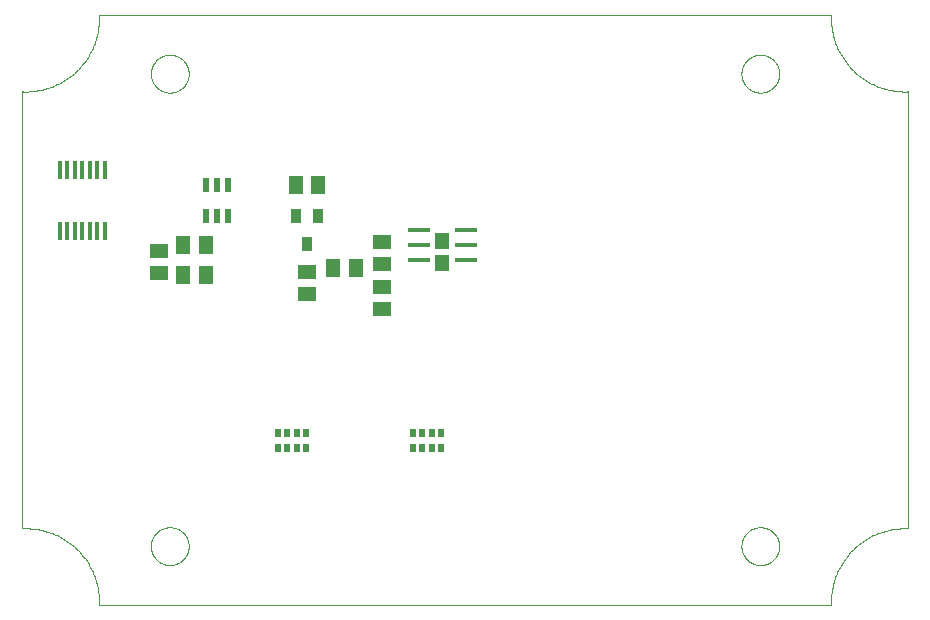
<source format=gbp>
G75*
%MOIN*%
%OFA0B0*%
%FSLAX25Y25*%
%IPPOS*%
%LPD*%
%AMOC8*
5,1,8,0,0,1.08239X$1,22.5*
%
%ADD10C,0.00000*%
%ADD11R,0.07500X0.01600*%
%ADD12R,0.04800X0.05600*%
%ADD13R,0.03543X0.04724*%
%ADD14R,0.05118X0.05906*%
%ADD15R,0.05906X0.05118*%
%ADD16R,0.01969X0.02559*%
%ADD17R,0.02165X0.04724*%
%ADD18R,0.01575X0.05906*%
D10*
X0053934Y0055808D02*
X0054532Y0055829D01*
X0055131Y0055835D01*
X0055730Y0055827D01*
X0056329Y0055803D01*
X0056927Y0055766D01*
X0057524Y0055713D01*
X0058119Y0055646D01*
X0058712Y0055565D01*
X0059304Y0055469D01*
X0059893Y0055358D01*
X0060478Y0055234D01*
X0061061Y0055094D01*
X0061640Y0054941D01*
X0062215Y0054773D01*
X0062786Y0054592D01*
X0063353Y0054396D01*
X0063914Y0054187D01*
X0064470Y0053964D01*
X0065020Y0053728D01*
X0065565Y0053478D01*
X0066103Y0053215D01*
X0066634Y0052938D01*
X0067159Y0052649D01*
X0067676Y0052347D01*
X0068186Y0052033D01*
X0068688Y0051706D01*
X0069182Y0051367D01*
X0069667Y0051016D01*
X0070144Y0050653D01*
X0070612Y0050278D01*
X0071070Y0049892D01*
X0071519Y0049496D01*
X0071958Y0049088D01*
X0072386Y0048669D01*
X0072805Y0048241D01*
X0073213Y0047802D01*
X0073609Y0047353D01*
X0073995Y0046895D01*
X0074370Y0046427D01*
X0074733Y0045950D01*
X0075084Y0045465D01*
X0075423Y0044971D01*
X0075750Y0044469D01*
X0076064Y0043959D01*
X0076366Y0043442D01*
X0076655Y0042917D01*
X0076932Y0042386D01*
X0077195Y0041848D01*
X0077445Y0041303D01*
X0077681Y0040753D01*
X0077904Y0040197D01*
X0078113Y0039636D01*
X0078309Y0039069D01*
X0078490Y0038498D01*
X0078658Y0037923D01*
X0078811Y0037344D01*
X0078951Y0036761D01*
X0079075Y0036176D01*
X0079186Y0035587D01*
X0079282Y0034995D01*
X0079363Y0034402D01*
X0079430Y0033807D01*
X0079483Y0033210D01*
X0079520Y0032612D01*
X0079544Y0032013D01*
X0079552Y0031414D01*
X0079546Y0030815D01*
X0079525Y0030217D01*
X0079524Y0030217D02*
X0323619Y0030217D01*
X0323618Y0030217D02*
X0323597Y0030815D01*
X0323591Y0031414D01*
X0323599Y0032013D01*
X0323623Y0032612D01*
X0323660Y0033210D01*
X0323713Y0033807D01*
X0323780Y0034402D01*
X0323861Y0034995D01*
X0323957Y0035587D01*
X0324068Y0036176D01*
X0324192Y0036761D01*
X0324332Y0037344D01*
X0324485Y0037923D01*
X0324653Y0038498D01*
X0324834Y0039069D01*
X0325030Y0039636D01*
X0325239Y0040197D01*
X0325462Y0040753D01*
X0325698Y0041303D01*
X0325948Y0041848D01*
X0326211Y0042386D01*
X0326488Y0042917D01*
X0326777Y0043442D01*
X0327079Y0043959D01*
X0327393Y0044469D01*
X0327720Y0044971D01*
X0328059Y0045465D01*
X0328410Y0045950D01*
X0328773Y0046427D01*
X0329148Y0046895D01*
X0329534Y0047353D01*
X0329930Y0047802D01*
X0330338Y0048241D01*
X0330757Y0048669D01*
X0331185Y0049088D01*
X0331624Y0049496D01*
X0332073Y0049892D01*
X0332531Y0050278D01*
X0332999Y0050653D01*
X0333476Y0051016D01*
X0333961Y0051367D01*
X0334455Y0051706D01*
X0334957Y0052033D01*
X0335467Y0052347D01*
X0335984Y0052649D01*
X0336509Y0052938D01*
X0337040Y0053215D01*
X0337578Y0053478D01*
X0338123Y0053728D01*
X0338673Y0053964D01*
X0339229Y0054187D01*
X0339790Y0054396D01*
X0340357Y0054592D01*
X0340928Y0054773D01*
X0341503Y0054941D01*
X0342082Y0055094D01*
X0342665Y0055234D01*
X0343250Y0055358D01*
X0343839Y0055469D01*
X0344431Y0055565D01*
X0345024Y0055646D01*
X0345619Y0055713D01*
X0346216Y0055766D01*
X0346814Y0055803D01*
X0347413Y0055827D01*
X0348012Y0055835D01*
X0348611Y0055829D01*
X0349209Y0055808D01*
X0349209Y0055807D02*
X0349209Y0201476D01*
X0348611Y0201455D01*
X0348012Y0201449D01*
X0347413Y0201457D01*
X0346814Y0201481D01*
X0346216Y0201518D01*
X0345619Y0201571D01*
X0345024Y0201638D01*
X0344431Y0201719D01*
X0343839Y0201815D01*
X0343250Y0201926D01*
X0342665Y0202050D01*
X0342082Y0202190D01*
X0341503Y0202343D01*
X0340928Y0202511D01*
X0340357Y0202692D01*
X0339790Y0202888D01*
X0339229Y0203097D01*
X0338673Y0203320D01*
X0338123Y0203556D01*
X0337578Y0203806D01*
X0337040Y0204069D01*
X0336509Y0204346D01*
X0335984Y0204635D01*
X0335467Y0204937D01*
X0334957Y0205251D01*
X0334455Y0205578D01*
X0333961Y0205917D01*
X0333476Y0206268D01*
X0332999Y0206631D01*
X0332531Y0207006D01*
X0332073Y0207392D01*
X0331624Y0207788D01*
X0331185Y0208196D01*
X0330757Y0208615D01*
X0330338Y0209043D01*
X0329930Y0209482D01*
X0329534Y0209931D01*
X0329148Y0210389D01*
X0328773Y0210857D01*
X0328410Y0211334D01*
X0328059Y0211819D01*
X0327720Y0212313D01*
X0327393Y0212815D01*
X0327079Y0213325D01*
X0326777Y0213842D01*
X0326488Y0214367D01*
X0326211Y0214898D01*
X0325948Y0215436D01*
X0325698Y0215981D01*
X0325462Y0216531D01*
X0325239Y0217087D01*
X0325030Y0217648D01*
X0324834Y0218215D01*
X0324653Y0218786D01*
X0324485Y0219361D01*
X0324332Y0219940D01*
X0324192Y0220523D01*
X0324068Y0221108D01*
X0323957Y0221697D01*
X0323861Y0222289D01*
X0323780Y0222882D01*
X0323713Y0223477D01*
X0323660Y0224074D01*
X0323623Y0224672D01*
X0323599Y0225271D01*
X0323591Y0225870D01*
X0323597Y0226469D01*
X0323618Y0227067D01*
X0323619Y0227067D02*
X0079524Y0227067D01*
X0079525Y0227067D02*
X0079546Y0226469D01*
X0079552Y0225870D01*
X0079544Y0225271D01*
X0079520Y0224672D01*
X0079483Y0224074D01*
X0079430Y0223477D01*
X0079363Y0222882D01*
X0079282Y0222289D01*
X0079186Y0221697D01*
X0079075Y0221108D01*
X0078951Y0220523D01*
X0078811Y0219940D01*
X0078658Y0219361D01*
X0078490Y0218786D01*
X0078309Y0218215D01*
X0078113Y0217648D01*
X0077904Y0217087D01*
X0077681Y0216531D01*
X0077445Y0215981D01*
X0077195Y0215436D01*
X0076932Y0214898D01*
X0076655Y0214367D01*
X0076366Y0213842D01*
X0076064Y0213325D01*
X0075750Y0212815D01*
X0075423Y0212313D01*
X0075084Y0211819D01*
X0074733Y0211334D01*
X0074370Y0210857D01*
X0073995Y0210389D01*
X0073609Y0209931D01*
X0073213Y0209482D01*
X0072805Y0209043D01*
X0072386Y0208615D01*
X0071958Y0208196D01*
X0071519Y0207788D01*
X0071070Y0207392D01*
X0070612Y0207006D01*
X0070144Y0206631D01*
X0069667Y0206268D01*
X0069182Y0205917D01*
X0068688Y0205578D01*
X0068186Y0205251D01*
X0067676Y0204937D01*
X0067159Y0204635D01*
X0066634Y0204346D01*
X0066103Y0204069D01*
X0065565Y0203806D01*
X0065020Y0203556D01*
X0064470Y0203320D01*
X0063914Y0203097D01*
X0063353Y0202888D01*
X0062786Y0202692D01*
X0062215Y0202511D01*
X0061640Y0202343D01*
X0061061Y0202190D01*
X0060478Y0202050D01*
X0059893Y0201926D01*
X0059304Y0201815D01*
X0058712Y0201719D01*
X0058119Y0201638D01*
X0057524Y0201571D01*
X0056927Y0201518D01*
X0056329Y0201481D01*
X0055730Y0201457D01*
X0055131Y0201449D01*
X0054532Y0201455D01*
X0053934Y0201476D01*
X0053934Y0055807D01*
X0096847Y0049902D02*
X0096849Y0050060D01*
X0096855Y0050218D01*
X0096865Y0050376D01*
X0096879Y0050534D01*
X0096897Y0050691D01*
X0096918Y0050848D01*
X0096944Y0051004D01*
X0096974Y0051160D01*
X0097007Y0051315D01*
X0097045Y0051468D01*
X0097086Y0051621D01*
X0097131Y0051773D01*
X0097180Y0051924D01*
X0097233Y0052073D01*
X0097289Y0052221D01*
X0097349Y0052367D01*
X0097413Y0052512D01*
X0097481Y0052655D01*
X0097552Y0052797D01*
X0097626Y0052937D01*
X0097704Y0053074D01*
X0097786Y0053210D01*
X0097870Y0053344D01*
X0097959Y0053475D01*
X0098050Y0053604D01*
X0098145Y0053731D01*
X0098242Y0053856D01*
X0098343Y0053978D01*
X0098447Y0054097D01*
X0098554Y0054214D01*
X0098664Y0054328D01*
X0098777Y0054439D01*
X0098892Y0054548D01*
X0099010Y0054653D01*
X0099131Y0054755D01*
X0099254Y0054855D01*
X0099380Y0054951D01*
X0099508Y0055044D01*
X0099638Y0055134D01*
X0099771Y0055220D01*
X0099906Y0055304D01*
X0100042Y0055383D01*
X0100181Y0055460D01*
X0100322Y0055532D01*
X0100464Y0055602D01*
X0100608Y0055667D01*
X0100754Y0055729D01*
X0100901Y0055787D01*
X0101050Y0055842D01*
X0101200Y0055893D01*
X0101351Y0055940D01*
X0101503Y0055983D01*
X0101656Y0056022D01*
X0101811Y0056058D01*
X0101966Y0056089D01*
X0102122Y0056117D01*
X0102278Y0056141D01*
X0102435Y0056161D01*
X0102593Y0056177D01*
X0102750Y0056189D01*
X0102909Y0056197D01*
X0103067Y0056201D01*
X0103225Y0056201D01*
X0103383Y0056197D01*
X0103542Y0056189D01*
X0103699Y0056177D01*
X0103857Y0056161D01*
X0104014Y0056141D01*
X0104170Y0056117D01*
X0104326Y0056089D01*
X0104481Y0056058D01*
X0104636Y0056022D01*
X0104789Y0055983D01*
X0104941Y0055940D01*
X0105092Y0055893D01*
X0105242Y0055842D01*
X0105391Y0055787D01*
X0105538Y0055729D01*
X0105684Y0055667D01*
X0105828Y0055602D01*
X0105970Y0055532D01*
X0106111Y0055460D01*
X0106250Y0055383D01*
X0106386Y0055304D01*
X0106521Y0055220D01*
X0106654Y0055134D01*
X0106784Y0055044D01*
X0106912Y0054951D01*
X0107038Y0054855D01*
X0107161Y0054755D01*
X0107282Y0054653D01*
X0107400Y0054548D01*
X0107515Y0054439D01*
X0107628Y0054328D01*
X0107738Y0054214D01*
X0107845Y0054097D01*
X0107949Y0053978D01*
X0108050Y0053856D01*
X0108147Y0053731D01*
X0108242Y0053604D01*
X0108333Y0053475D01*
X0108422Y0053344D01*
X0108506Y0053210D01*
X0108588Y0053074D01*
X0108666Y0052937D01*
X0108740Y0052797D01*
X0108811Y0052655D01*
X0108879Y0052512D01*
X0108943Y0052367D01*
X0109003Y0052221D01*
X0109059Y0052073D01*
X0109112Y0051924D01*
X0109161Y0051773D01*
X0109206Y0051621D01*
X0109247Y0051468D01*
X0109285Y0051315D01*
X0109318Y0051160D01*
X0109348Y0051004D01*
X0109374Y0050848D01*
X0109395Y0050691D01*
X0109413Y0050534D01*
X0109427Y0050376D01*
X0109437Y0050218D01*
X0109443Y0050060D01*
X0109445Y0049902D01*
X0109443Y0049744D01*
X0109437Y0049586D01*
X0109427Y0049428D01*
X0109413Y0049270D01*
X0109395Y0049113D01*
X0109374Y0048956D01*
X0109348Y0048800D01*
X0109318Y0048644D01*
X0109285Y0048489D01*
X0109247Y0048336D01*
X0109206Y0048183D01*
X0109161Y0048031D01*
X0109112Y0047880D01*
X0109059Y0047731D01*
X0109003Y0047583D01*
X0108943Y0047437D01*
X0108879Y0047292D01*
X0108811Y0047149D01*
X0108740Y0047007D01*
X0108666Y0046867D01*
X0108588Y0046730D01*
X0108506Y0046594D01*
X0108422Y0046460D01*
X0108333Y0046329D01*
X0108242Y0046200D01*
X0108147Y0046073D01*
X0108050Y0045948D01*
X0107949Y0045826D01*
X0107845Y0045707D01*
X0107738Y0045590D01*
X0107628Y0045476D01*
X0107515Y0045365D01*
X0107400Y0045256D01*
X0107282Y0045151D01*
X0107161Y0045049D01*
X0107038Y0044949D01*
X0106912Y0044853D01*
X0106784Y0044760D01*
X0106654Y0044670D01*
X0106521Y0044584D01*
X0106386Y0044500D01*
X0106250Y0044421D01*
X0106111Y0044344D01*
X0105970Y0044272D01*
X0105828Y0044202D01*
X0105684Y0044137D01*
X0105538Y0044075D01*
X0105391Y0044017D01*
X0105242Y0043962D01*
X0105092Y0043911D01*
X0104941Y0043864D01*
X0104789Y0043821D01*
X0104636Y0043782D01*
X0104481Y0043746D01*
X0104326Y0043715D01*
X0104170Y0043687D01*
X0104014Y0043663D01*
X0103857Y0043643D01*
X0103699Y0043627D01*
X0103542Y0043615D01*
X0103383Y0043607D01*
X0103225Y0043603D01*
X0103067Y0043603D01*
X0102909Y0043607D01*
X0102750Y0043615D01*
X0102593Y0043627D01*
X0102435Y0043643D01*
X0102278Y0043663D01*
X0102122Y0043687D01*
X0101966Y0043715D01*
X0101811Y0043746D01*
X0101656Y0043782D01*
X0101503Y0043821D01*
X0101351Y0043864D01*
X0101200Y0043911D01*
X0101050Y0043962D01*
X0100901Y0044017D01*
X0100754Y0044075D01*
X0100608Y0044137D01*
X0100464Y0044202D01*
X0100322Y0044272D01*
X0100181Y0044344D01*
X0100042Y0044421D01*
X0099906Y0044500D01*
X0099771Y0044584D01*
X0099638Y0044670D01*
X0099508Y0044760D01*
X0099380Y0044853D01*
X0099254Y0044949D01*
X0099131Y0045049D01*
X0099010Y0045151D01*
X0098892Y0045256D01*
X0098777Y0045365D01*
X0098664Y0045476D01*
X0098554Y0045590D01*
X0098447Y0045707D01*
X0098343Y0045826D01*
X0098242Y0045948D01*
X0098145Y0046073D01*
X0098050Y0046200D01*
X0097959Y0046329D01*
X0097870Y0046460D01*
X0097786Y0046594D01*
X0097704Y0046730D01*
X0097626Y0046867D01*
X0097552Y0047007D01*
X0097481Y0047149D01*
X0097413Y0047292D01*
X0097349Y0047437D01*
X0097289Y0047583D01*
X0097233Y0047731D01*
X0097180Y0047880D01*
X0097131Y0048031D01*
X0097086Y0048183D01*
X0097045Y0048336D01*
X0097007Y0048489D01*
X0096974Y0048644D01*
X0096944Y0048800D01*
X0096918Y0048956D01*
X0096897Y0049113D01*
X0096879Y0049270D01*
X0096865Y0049428D01*
X0096855Y0049586D01*
X0096849Y0049744D01*
X0096847Y0049902D01*
X0293698Y0049902D02*
X0293700Y0050060D01*
X0293706Y0050218D01*
X0293716Y0050376D01*
X0293730Y0050534D01*
X0293748Y0050691D01*
X0293769Y0050848D01*
X0293795Y0051004D01*
X0293825Y0051160D01*
X0293858Y0051315D01*
X0293896Y0051468D01*
X0293937Y0051621D01*
X0293982Y0051773D01*
X0294031Y0051924D01*
X0294084Y0052073D01*
X0294140Y0052221D01*
X0294200Y0052367D01*
X0294264Y0052512D01*
X0294332Y0052655D01*
X0294403Y0052797D01*
X0294477Y0052937D01*
X0294555Y0053074D01*
X0294637Y0053210D01*
X0294721Y0053344D01*
X0294810Y0053475D01*
X0294901Y0053604D01*
X0294996Y0053731D01*
X0295093Y0053856D01*
X0295194Y0053978D01*
X0295298Y0054097D01*
X0295405Y0054214D01*
X0295515Y0054328D01*
X0295628Y0054439D01*
X0295743Y0054548D01*
X0295861Y0054653D01*
X0295982Y0054755D01*
X0296105Y0054855D01*
X0296231Y0054951D01*
X0296359Y0055044D01*
X0296489Y0055134D01*
X0296622Y0055220D01*
X0296757Y0055304D01*
X0296893Y0055383D01*
X0297032Y0055460D01*
X0297173Y0055532D01*
X0297315Y0055602D01*
X0297459Y0055667D01*
X0297605Y0055729D01*
X0297752Y0055787D01*
X0297901Y0055842D01*
X0298051Y0055893D01*
X0298202Y0055940D01*
X0298354Y0055983D01*
X0298507Y0056022D01*
X0298662Y0056058D01*
X0298817Y0056089D01*
X0298973Y0056117D01*
X0299129Y0056141D01*
X0299286Y0056161D01*
X0299444Y0056177D01*
X0299601Y0056189D01*
X0299760Y0056197D01*
X0299918Y0056201D01*
X0300076Y0056201D01*
X0300234Y0056197D01*
X0300393Y0056189D01*
X0300550Y0056177D01*
X0300708Y0056161D01*
X0300865Y0056141D01*
X0301021Y0056117D01*
X0301177Y0056089D01*
X0301332Y0056058D01*
X0301487Y0056022D01*
X0301640Y0055983D01*
X0301792Y0055940D01*
X0301943Y0055893D01*
X0302093Y0055842D01*
X0302242Y0055787D01*
X0302389Y0055729D01*
X0302535Y0055667D01*
X0302679Y0055602D01*
X0302821Y0055532D01*
X0302962Y0055460D01*
X0303101Y0055383D01*
X0303237Y0055304D01*
X0303372Y0055220D01*
X0303505Y0055134D01*
X0303635Y0055044D01*
X0303763Y0054951D01*
X0303889Y0054855D01*
X0304012Y0054755D01*
X0304133Y0054653D01*
X0304251Y0054548D01*
X0304366Y0054439D01*
X0304479Y0054328D01*
X0304589Y0054214D01*
X0304696Y0054097D01*
X0304800Y0053978D01*
X0304901Y0053856D01*
X0304998Y0053731D01*
X0305093Y0053604D01*
X0305184Y0053475D01*
X0305273Y0053344D01*
X0305357Y0053210D01*
X0305439Y0053074D01*
X0305517Y0052937D01*
X0305591Y0052797D01*
X0305662Y0052655D01*
X0305730Y0052512D01*
X0305794Y0052367D01*
X0305854Y0052221D01*
X0305910Y0052073D01*
X0305963Y0051924D01*
X0306012Y0051773D01*
X0306057Y0051621D01*
X0306098Y0051468D01*
X0306136Y0051315D01*
X0306169Y0051160D01*
X0306199Y0051004D01*
X0306225Y0050848D01*
X0306246Y0050691D01*
X0306264Y0050534D01*
X0306278Y0050376D01*
X0306288Y0050218D01*
X0306294Y0050060D01*
X0306296Y0049902D01*
X0306294Y0049744D01*
X0306288Y0049586D01*
X0306278Y0049428D01*
X0306264Y0049270D01*
X0306246Y0049113D01*
X0306225Y0048956D01*
X0306199Y0048800D01*
X0306169Y0048644D01*
X0306136Y0048489D01*
X0306098Y0048336D01*
X0306057Y0048183D01*
X0306012Y0048031D01*
X0305963Y0047880D01*
X0305910Y0047731D01*
X0305854Y0047583D01*
X0305794Y0047437D01*
X0305730Y0047292D01*
X0305662Y0047149D01*
X0305591Y0047007D01*
X0305517Y0046867D01*
X0305439Y0046730D01*
X0305357Y0046594D01*
X0305273Y0046460D01*
X0305184Y0046329D01*
X0305093Y0046200D01*
X0304998Y0046073D01*
X0304901Y0045948D01*
X0304800Y0045826D01*
X0304696Y0045707D01*
X0304589Y0045590D01*
X0304479Y0045476D01*
X0304366Y0045365D01*
X0304251Y0045256D01*
X0304133Y0045151D01*
X0304012Y0045049D01*
X0303889Y0044949D01*
X0303763Y0044853D01*
X0303635Y0044760D01*
X0303505Y0044670D01*
X0303372Y0044584D01*
X0303237Y0044500D01*
X0303101Y0044421D01*
X0302962Y0044344D01*
X0302821Y0044272D01*
X0302679Y0044202D01*
X0302535Y0044137D01*
X0302389Y0044075D01*
X0302242Y0044017D01*
X0302093Y0043962D01*
X0301943Y0043911D01*
X0301792Y0043864D01*
X0301640Y0043821D01*
X0301487Y0043782D01*
X0301332Y0043746D01*
X0301177Y0043715D01*
X0301021Y0043687D01*
X0300865Y0043663D01*
X0300708Y0043643D01*
X0300550Y0043627D01*
X0300393Y0043615D01*
X0300234Y0043607D01*
X0300076Y0043603D01*
X0299918Y0043603D01*
X0299760Y0043607D01*
X0299601Y0043615D01*
X0299444Y0043627D01*
X0299286Y0043643D01*
X0299129Y0043663D01*
X0298973Y0043687D01*
X0298817Y0043715D01*
X0298662Y0043746D01*
X0298507Y0043782D01*
X0298354Y0043821D01*
X0298202Y0043864D01*
X0298051Y0043911D01*
X0297901Y0043962D01*
X0297752Y0044017D01*
X0297605Y0044075D01*
X0297459Y0044137D01*
X0297315Y0044202D01*
X0297173Y0044272D01*
X0297032Y0044344D01*
X0296893Y0044421D01*
X0296757Y0044500D01*
X0296622Y0044584D01*
X0296489Y0044670D01*
X0296359Y0044760D01*
X0296231Y0044853D01*
X0296105Y0044949D01*
X0295982Y0045049D01*
X0295861Y0045151D01*
X0295743Y0045256D01*
X0295628Y0045365D01*
X0295515Y0045476D01*
X0295405Y0045590D01*
X0295298Y0045707D01*
X0295194Y0045826D01*
X0295093Y0045948D01*
X0294996Y0046073D01*
X0294901Y0046200D01*
X0294810Y0046329D01*
X0294721Y0046460D01*
X0294637Y0046594D01*
X0294555Y0046730D01*
X0294477Y0046867D01*
X0294403Y0047007D01*
X0294332Y0047149D01*
X0294264Y0047292D01*
X0294200Y0047437D01*
X0294140Y0047583D01*
X0294084Y0047731D01*
X0294031Y0047880D01*
X0293982Y0048031D01*
X0293937Y0048183D01*
X0293896Y0048336D01*
X0293858Y0048489D01*
X0293825Y0048644D01*
X0293795Y0048800D01*
X0293769Y0048956D01*
X0293748Y0049113D01*
X0293730Y0049270D01*
X0293716Y0049428D01*
X0293706Y0049586D01*
X0293700Y0049744D01*
X0293698Y0049902D01*
X0293698Y0207382D02*
X0293700Y0207540D01*
X0293706Y0207698D01*
X0293716Y0207856D01*
X0293730Y0208014D01*
X0293748Y0208171D01*
X0293769Y0208328D01*
X0293795Y0208484D01*
X0293825Y0208640D01*
X0293858Y0208795D01*
X0293896Y0208948D01*
X0293937Y0209101D01*
X0293982Y0209253D01*
X0294031Y0209404D01*
X0294084Y0209553D01*
X0294140Y0209701D01*
X0294200Y0209847D01*
X0294264Y0209992D01*
X0294332Y0210135D01*
X0294403Y0210277D01*
X0294477Y0210417D01*
X0294555Y0210554D01*
X0294637Y0210690D01*
X0294721Y0210824D01*
X0294810Y0210955D01*
X0294901Y0211084D01*
X0294996Y0211211D01*
X0295093Y0211336D01*
X0295194Y0211458D01*
X0295298Y0211577D01*
X0295405Y0211694D01*
X0295515Y0211808D01*
X0295628Y0211919D01*
X0295743Y0212028D01*
X0295861Y0212133D01*
X0295982Y0212235D01*
X0296105Y0212335D01*
X0296231Y0212431D01*
X0296359Y0212524D01*
X0296489Y0212614D01*
X0296622Y0212700D01*
X0296757Y0212784D01*
X0296893Y0212863D01*
X0297032Y0212940D01*
X0297173Y0213012D01*
X0297315Y0213082D01*
X0297459Y0213147D01*
X0297605Y0213209D01*
X0297752Y0213267D01*
X0297901Y0213322D01*
X0298051Y0213373D01*
X0298202Y0213420D01*
X0298354Y0213463D01*
X0298507Y0213502D01*
X0298662Y0213538D01*
X0298817Y0213569D01*
X0298973Y0213597D01*
X0299129Y0213621D01*
X0299286Y0213641D01*
X0299444Y0213657D01*
X0299601Y0213669D01*
X0299760Y0213677D01*
X0299918Y0213681D01*
X0300076Y0213681D01*
X0300234Y0213677D01*
X0300393Y0213669D01*
X0300550Y0213657D01*
X0300708Y0213641D01*
X0300865Y0213621D01*
X0301021Y0213597D01*
X0301177Y0213569D01*
X0301332Y0213538D01*
X0301487Y0213502D01*
X0301640Y0213463D01*
X0301792Y0213420D01*
X0301943Y0213373D01*
X0302093Y0213322D01*
X0302242Y0213267D01*
X0302389Y0213209D01*
X0302535Y0213147D01*
X0302679Y0213082D01*
X0302821Y0213012D01*
X0302962Y0212940D01*
X0303101Y0212863D01*
X0303237Y0212784D01*
X0303372Y0212700D01*
X0303505Y0212614D01*
X0303635Y0212524D01*
X0303763Y0212431D01*
X0303889Y0212335D01*
X0304012Y0212235D01*
X0304133Y0212133D01*
X0304251Y0212028D01*
X0304366Y0211919D01*
X0304479Y0211808D01*
X0304589Y0211694D01*
X0304696Y0211577D01*
X0304800Y0211458D01*
X0304901Y0211336D01*
X0304998Y0211211D01*
X0305093Y0211084D01*
X0305184Y0210955D01*
X0305273Y0210824D01*
X0305357Y0210690D01*
X0305439Y0210554D01*
X0305517Y0210417D01*
X0305591Y0210277D01*
X0305662Y0210135D01*
X0305730Y0209992D01*
X0305794Y0209847D01*
X0305854Y0209701D01*
X0305910Y0209553D01*
X0305963Y0209404D01*
X0306012Y0209253D01*
X0306057Y0209101D01*
X0306098Y0208948D01*
X0306136Y0208795D01*
X0306169Y0208640D01*
X0306199Y0208484D01*
X0306225Y0208328D01*
X0306246Y0208171D01*
X0306264Y0208014D01*
X0306278Y0207856D01*
X0306288Y0207698D01*
X0306294Y0207540D01*
X0306296Y0207382D01*
X0306294Y0207224D01*
X0306288Y0207066D01*
X0306278Y0206908D01*
X0306264Y0206750D01*
X0306246Y0206593D01*
X0306225Y0206436D01*
X0306199Y0206280D01*
X0306169Y0206124D01*
X0306136Y0205969D01*
X0306098Y0205816D01*
X0306057Y0205663D01*
X0306012Y0205511D01*
X0305963Y0205360D01*
X0305910Y0205211D01*
X0305854Y0205063D01*
X0305794Y0204917D01*
X0305730Y0204772D01*
X0305662Y0204629D01*
X0305591Y0204487D01*
X0305517Y0204347D01*
X0305439Y0204210D01*
X0305357Y0204074D01*
X0305273Y0203940D01*
X0305184Y0203809D01*
X0305093Y0203680D01*
X0304998Y0203553D01*
X0304901Y0203428D01*
X0304800Y0203306D01*
X0304696Y0203187D01*
X0304589Y0203070D01*
X0304479Y0202956D01*
X0304366Y0202845D01*
X0304251Y0202736D01*
X0304133Y0202631D01*
X0304012Y0202529D01*
X0303889Y0202429D01*
X0303763Y0202333D01*
X0303635Y0202240D01*
X0303505Y0202150D01*
X0303372Y0202064D01*
X0303237Y0201980D01*
X0303101Y0201901D01*
X0302962Y0201824D01*
X0302821Y0201752D01*
X0302679Y0201682D01*
X0302535Y0201617D01*
X0302389Y0201555D01*
X0302242Y0201497D01*
X0302093Y0201442D01*
X0301943Y0201391D01*
X0301792Y0201344D01*
X0301640Y0201301D01*
X0301487Y0201262D01*
X0301332Y0201226D01*
X0301177Y0201195D01*
X0301021Y0201167D01*
X0300865Y0201143D01*
X0300708Y0201123D01*
X0300550Y0201107D01*
X0300393Y0201095D01*
X0300234Y0201087D01*
X0300076Y0201083D01*
X0299918Y0201083D01*
X0299760Y0201087D01*
X0299601Y0201095D01*
X0299444Y0201107D01*
X0299286Y0201123D01*
X0299129Y0201143D01*
X0298973Y0201167D01*
X0298817Y0201195D01*
X0298662Y0201226D01*
X0298507Y0201262D01*
X0298354Y0201301D01*
X0298202Y0201344D01*
X0298051Y0201391D01*
X0297901Y0201442D01*
X0297752Y0201497D01*
X0297605Y0201555D01*
X0297459Y0201617D01*
X0297315Y0201682D01*
X0297173Y0201752D01*
X0297032Y0201824D01*
X0296893Y0201901D01*
X0296757Y0201980D01*
X0296622Y0202064D01*
X0296489Y0202150D01*
X0296359Y0202240D01*
X0296231Y0202333D01*
X0296105Y0202429D01*
X0295982Y0202529D01*
X0295861Y0202631D01*
X0295743Y0202736D01*
X0295628Y0202845D01*
X0295515Y0202956D01*
X0295405Y0203070D01*
X0295298Y0203187D01*
X0295194Y0203306D01*
X0295093Y0203428D01*
X0294996Y0203553D01*
X0294901Y0203680D01*
X0294810Y0203809D01*
X0294721Y0203940D01*
X0294637Y0204074D01*
X0294555Y0204210D01*
X0294477Y0204347D01*
X0294403Y0204487D01*
X0294332Y0204629D01*
X0294264Y0204772D01*
X0294200Y0204917D01*
X0294140Y0205063D01*
X0294084Y0205211D01*
X0294031Y0205360D01*
X0293982Y0205511D01*
X0293937Y0205663D01*
X0293896Y0205816D01*
X0293858Y0205969D01*
X0293825Y0206124D01*
X0293795Y0206280D01*
X0293769Y0206436D01*
X0293748Y0206593D01*
X0293730Y0206750D01*
X0293716Y0206908D01*
X0293706Y0207066D01*
X0293700Y0207224D01*
X0293698Y0207382D01*
X0096847Y0207382D02*
X0096849Y0207540D01*
X0096855Y0207698D01*
X0096865Y0207856D01*
X0096879Y0208014D01*
X0096897Y0208171D01*
X0096918Y0208328D01*
X0096944Y0208484D01*
X0096974Y0208640D01*
X0097007Y0208795D01*
X0097045Y0208948D01*
X0097086Y0209101D01*
X0097131Y0209253D01*
X0097180Y0209404D01*
X0097233Y0209553D01*
X0097289Y0209701D01*
X0097349Y0209847D01*
X0097413Y0209992D01*
X0097481Y0210135D01*
X0097552Y0210277D01*
X0097626Y0210417D01*
X0097704Y0210554D01*
X0097786Y0210690D01*
X0097870Y0210824D01*
X0097959Y0210955D01*
X0098050Y0211084D01*
X0098145Y0211211D01*
X0098242Y0211336D01*
X0098343Y0211458D01*
X0098447Y0211577D01*
X0098554Y0211694D01*
X0098664Y0211808D01*
X0098777Y0211919D01*
X0098892Y0212028D01*
X0099010Y0212133D01*
X0099131Y0212235D01*
X0099254Y0212335D01*
X0099380Y0212431D01*
X0099508Y0212524D01*
X0099638Y0212614D01*
X0099771Y0212700D01*
X0099906Y0212784D01*
X0100042Y0212863D01*
X0100181Y0212940D01*
X0100322Y0213012D01*
X0100464Y0213082D01*
X0100608Y0213147D01*
X0100754Y0213209D01*
X0100901Y0213267D01*
X0101050Y0213322D01*
X0101200Y0213373D01*
X0101351Y0213420D01*
X0101503Y0213463D01*
X0101656Y0213502D01*
X0101811Y0213538D01*
X0101966Y0213569D01*
X0102122Y0213597D01*
X0102278Y0213621D01*
X0102435Y0213641D01*
X0102593Y0213657D01*
X0102750Y0213669D01*
X0102909Y0213677D01*
X0103067Y0213681D01*
X0103225Y0213681D01*
X0103383Y0213677D01*
X0103542Y0213669D01*
X0103699Y0213657D01*
X0103857Y0213641D01*
X0104014Y0213621D01*
X0104170Y0213597D01*
X0104326Y0213569D01*
X0104481Y0213538D01*
X0104636Y0213502D01*
X0104789Y0213463D01*
X0104941Y0213420D01*
X0105092Y0213373D01*
X0105242Y0213322D01*
X0105391Y0213267D01*
X0105538Y0213209D01*
X0105684Y0213147D01*
X0105828Y0213082D01*
X0105970Y0213012D01*
X0106111Y0212940D01*
X0106250Y0212863D01*
X0106386Y0212784D01*
X0106521Y0212700D01*
X0106654Y0212614D01*
X0106784Y0212524D01*
X0106912Y0212431D01*
X0107038Y0212335D01*
X0107161Y0212235D01*
X0107282Y0212133D01*
X0107400Y0212028D01*
X0107515Y0211919D01*
X0107628Y0211808D01*
X0107738Y0211694D01*
X0107845Y0211577D01*
X0107949Y0211458D01*
X0108050Y0211336D01*
X0108147Y0211211D01*
X0108242Y0211084D01*
X0108333Y0210955D01*
X0108422Y0210824D01*
X0108506Y0210690D01*
X0108588Y0210554D01*
X0108666Y0210417D01*
X0108740Y0210277D01*
X0108811Y0210135D01*
X0108879Y0209992D01*
X0108943Y0209847D01*
X0109003Y0209701D01*
X0109059Y0209553D01*
X0109112Y0209404D01*
X0109161Y0209253D01*
X0109206Y0209101D01*
X0109247Y0208948D01*
X0109285Y0208795D01*
X0109318Y0208640D01*
X0109348Y0208484D01*
X0109374Y0208328D01*
X0109395Y0208171D01*
X0109413Y0208014D01*
X0109427Y0207856D01*
X0109437Y0207698D01*
X0109443Y0207540D01*
X0109445Y0207382D01*
X0109443Y0207224D01*
X0109437Y0207066D01*
X0109427Y0206908D01*
X0109413Y0206750D01*
X0109395Y0206593D01*
X0109374Y0206436D01*
X0109348Y0206280D01*
X0109318Y0206124D01*
X0109285Y0205969D01*
X0109247Y0205816D01*
X0109206Y0205663D01*
X0109161Y0205511D01*
X0109112Y0205360D01*
X0109059Y0205211D01*
X0109003Y0205063D01*
X0108943Y0204917D01*
X0108879Y0204772D01*
X0108811Y0204629D01*
X0108740Y0204487D01*
X0108666Y0204347D01*
X0108588Y0204210D01*
X0108506Y0204074D01*
X0108422Y0203940D01*
X0108333Y0203809D01*
X0108242Y0203680D01*
X0108147Y0203553D01*
X0108050Y0203428D01*
X0107949Y0203306D01*
X0107845Y0203187D01*
X0107738Y0203070D01*
X0107628Y0202956D01*
X0107515Y0202845D01*
X0107400Y0202736D01*
X0107282Y0202631D01*
X0107161Y0202529D01*
X0107038Y0202429D01*
X0106912Y0202333D01*
X0106784Y0202240D01*
X0106654Y0202150D01*
X0106521Y0202064D01*
X0106386Y0201980D01*
X0106250Y0201901D01*
X0106111Y0201824D01*
X0105970Y0201752D01*
X0105828Y0201682D01*
X0105684Y0201617D01*
X0105538Y0201555D01*
X0105391Y0201497D01*
X0105242Y0201442D01*
X0105092Y0201391D01*
X0104941Y0201344D01*
X0104789Y0201301D01*
X0104636Y0201262D01*
X0104481Y0201226D01*
X0104326Y0201195D01*
X0104170Y0201167D01*
X0104014Y0201143D01*
X0103857Y0201123D01*
X0103699Y0201107D01*
X0103542Y0201095D01*
X0103383Y0201087D01*
X0103225Y0201083D01*
X0103067Y0201083D01*
X0102909Y0201087D01*
X0102750Y0201095D01*
X0102593Y0201107D01*
X0102435Y0201123D01*
X0102278Y0201143D01*
X0102122Y0201167D01*
X0101966Y0201195D01*
X0101811Y0201226D01*
X0101656Y0201262D01*
X0101503Y0201301D01*
X0101351Y0201344D01*
X0101200Y0201391D01*
X0101050Y0201442D01*
X0100901Y0201497D01*
X0100754Y0201555D01*
X0100608Y0201617D01*
X0100464Y0201682D01*
X0100322Y0201752D01*
X0100181Y0201824D01*
X0100042Y0201901D01*
X0099906Y0201980D01*
X0099771Y0202064D01*
X0099638Y0202150D01*
X0099508Y0202240D01*
X0099380Y0202333D01*
X0099254Y0202429D01*
X0099131Y0202529D01*
X0099010Y0202631D01*
X0098892Y0202736D01*
X0098777Y0202845D01*
X0098664Y0202956D01*
X0098554Y0203070D01*
X0098447Y0203187D01*
X0098343Y0203306D01*
X0098242Y0203428D01*
X0098145Y0203553D01*
X0098050Y0203680D01*
X0097959Y0203809D01*
X0097870Y0203940D01*
X0097786Y0204074D01*
X0097704Y0204210D01*
X0097626Y0204347D01*
X0097552Y0204487D01*
X0097481Y0204629D01*
X0097413Y0204772D01*
X0097349Y0204917D01*
X0097289Y0205063D01*
X0097233Y0205211D01*
X0097180Y0205360D01*
X0097131Y0205511D01*
X0097086Y0205663D01*
X0097045Y0205816D01*
X0097007Y0205969D01*
X0096974Y0206124D01*
X0096944Y0206280D01*
X0096918Y0206436D01*
X0096897Y0206593D01*
X0096879Y0206750D01*
X0096865Y0206908D01*
X0096855Y0207066D01*
X0096849Y0207224D01*
X0096847Y0207382D01*
D11*
X0186134Y0155217D03*
X0186134Y0150217D03*
X0186134Y0145217D03*
X0201734Y0145217D03*
X0201734Y0150217D03*
X0201734Y0155217D03*
D12*
X0193934Y0151517D03*
X0193934Y0144217D03*
D13*
X0152674Y0159941D03*
X0145194Y0159941D03*
X0148934Y0150492D03*
D14*
X0157694Y0142717D03*
X0165174Y0142717D03*
X0152674Y0170217D03*
X0145194Y0170217D03*
X0115174Y0150217D03*
X0107694Y0150217D03*
X0107694Y0140217D03*
X0115174Y0140217D03*
D15*
X0099434Y0140976D03*
X0099434Y0148457D03*
X0148934Y0141457D03*
X0148934Y0133976D03*
X0173934Y0136457D03*
X0173934Y0128976D03*
X0173934Y0143976D03*
X0173934Y0151457D03*
D16*
X0184209Y0087677D03*
X0187359Y0087677D03*
X0190509Y0087677D03*
X0193658Y0087677D03*
X0193658Y0082756D03*
X0190509Y0082756D03*
X0187359Y0082756D03*
X0184209Y0082756D03*
X0148658Y0082756D03*
X0145509Y0082756D03*
X0142359Y0082756D03*
X0139209Y0082756D03*
X0139209Y0087677D03*
X0142359Y0087677D03*
X0145509Y0087677D03*
X0148658Y0087677D03*
D17*
X0122674Y0160098D03*
X0118934Y0160098D03*
X0115194Y0160098D03*
X0115194Y0170335D03*
X0118934Y0170335D03*
X0122674Y0170335D03*
D18*
X0081434Y0175453D03*
X0078934Y0175453D03*
X0076434Y0175453D03*
X0073934Y0175453D03*
X0071434Y0175453D03*
X0068934Y0175453D03*
X0066434Y0175453D03*
X0066434Y0154980D03*
X0068934Y0154980D03*
X0071434Y0154980D03*
X0073934Y0154980D03*
X0076434Y0154980D03*
X0078934Y0154980D03*
X0081434Y0154980D03*
M02*

</source>
